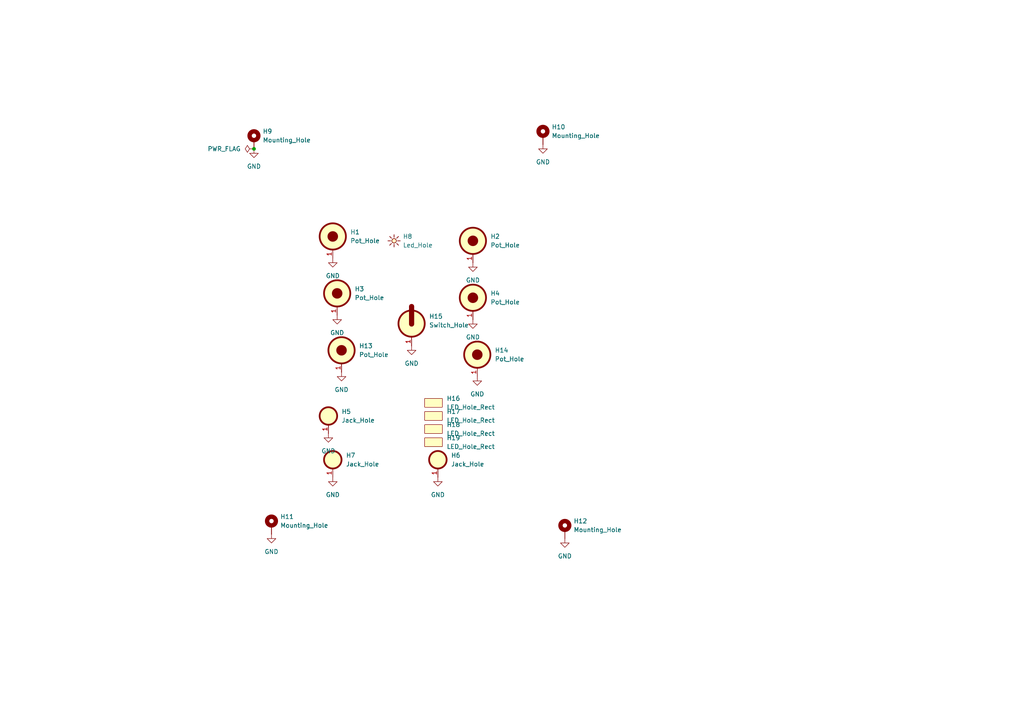
<source format=kicad_sch>
(kicad_sch (version 20230121) (generator eeschema)
  (paper "A4")
  (lib_symbols
    (symbol "Kosmo:Jack_Hole" (pin_names (offset 1.016))
      (property "Reference" "H" (at 3.81 1.27 0))
      (property "Value" "Jack_Hole" (at 7.62 -1.27 0))
      (symbol "Jack_Hole_1_1"
        (circle (center 0 0) (radius 2.54) (stroke (width 0.508)) (fill (type background)))
        (pin passive line (at 0 -5.08 90) (length 2.54) (name "~") (number "1"))
      )
    )
    (symbol "Kosmo:LED_Hole_Rect"
      (property "Reference" "H" (at 0 6.35 0))
      (property "Value" "LED_Hole_Rect" (at 0 3.81 0))
      (symbol "LED_Hole_Rect_0_1"
        (rectangle (start -2.54 1.27) (end 2.54 -1.27) (stroke (width 0.1524)) (fill (type background)))
      )
    )
    (symbol "Kosmo:Led_Hole" (pin_names (offset 1.016))
      (property "Reference" "H" (at 2.413 1.397 0))
      (property "Value" "Led_Hole" (at 6.223 -1.143 0))
      (symbol "Led_Hole_1_1"
        (polyline (pts (xy -1.016 0) (xy -1.778 0)) (stroke (width 0.2032)))
        (polyline (pts (xy -0.762 -0.762) (xy -1.27 -1.27)) (stroke (width 0.2032)))
        (polyline (pts (xy -0.762 0.762) (xy -1.27 1.27)) (stroke (width 0.2032)))
        (polyline (pts (xy 0 -1.778) (xy 0 -1.016)) (stroke (width 0.2032)))
        (polyline (pts (xy 0 1.016) (xy 0 1.778)) (stroke (width 0.2032)))
        (polyline (pts (xy 1.27 -1.27) (xy 0.762 -0.762)) (stroke (width 0.2032)))
        (polyline (pts (xy 1.27 1.27) (xy 0.762 0.762)) (stroke (width 0.2032)))
        (polyline (pts (xy 1.778 0) (xy 1.016 0)) (stroke (width 0.2032)))
        (circle (center 0 0) (radius 0.635) (stroke (width 0.2032)) (fill (type background)))
      )
    )
    (symbol "Kosmo:Mounting_Hole" (pin_numbers hide) (pin_names (offset 1.016) hide)
      (property "Reference" "H" (at 0 6.35 0))
      (property "Value" "Mounting_Hole" (at 0 4.445 0))
      (symbol "Mounting_Hole_0_1"
        (circle (center 0 1.27) (radius 1.27) (stroke (width 1.27)))
      )
      (symbol "Mounting_Hole_1_1"
        (pin input line (at 0 -2.54 90) (length 2.54) (name "1") (number "1"))
      )
    )
    (symbol "Kosmo:Pot_Hole" (pin_names (offset 1.016))
      (property "Reference" "H" (at 4.826 1.397 0))
      (property "Value" "Pot_Hole" (at 8.128 -1.778 0))
      (symbol "Pot_Hole_0_1"
        (circle (center 0 0) (radius 1.27) (stroke (width 0.508)) (fill (type outline)))
        (circle (center 0 0) (radius 3.81) (stroke (width 0.508)) (fill (type background)))
      )
      (symbol "Pot_Hole_1_1"
        (pin passive line (at 0 -6.35 90) (length 2.54) (name "~") (number "1"))
      )
    )
    (symbol "Kosmo:Switch_Hole" (pin_names (offset 1.016))
      (property "Reference" "H" (at 4.826 1.397 0))
      (property "Value" "Switch_Hole" (at 9.906 -1.778 0))
      (symbol "Switch_Hole_0_1"
        (polyline (pts (xy 0 0) (xy 0 5.08)) (stroke (width 1.4986)))
        (circle (center 0 0.127) (radius 3.81) (stroke (width 0.508)) (fill (type background)))
      )
      (symbol "Switch_Hole_1_1"
        (pin passive line (at 0 -6.35 90) (length 2.54) (name "~") (number "1"))
      )
    )
    (symbol "power:GND" (power) (pin_names (offset 0))
      (property "Value" "GND" (at 0 -3.81 0))
      (symbol "GND_0_1"
        (polyline (pts (xy 0 0) (xy 0 -1.27) (xy 1.27 -1.27) (xy 0 -2.54) (xy -1.27 -1.27) (xy 0 -1.27)))
      )
      (symbol "GND_1_1"
        (pin power_in line (at 0 0 270) (length 0) hide (name "GND") (number "1"))
      )
    )
    (symbol "power:PWR_FLAG" (power) (pin_numbers hide) (pin_names (offset 0) hide)
      (property "Value" "PWR_FLAG" (at 0 3.81 0))
      (symbol "PWR_FLAG_0_0"
        (pin power_out line (at 0 0 90) (length 0) (name "pwr") (number "1"))
      )
      (symbol "PWR_FLAG_0_1"
        (polyline (pts (xy 0 0) (xy 0 1.27) (xy -1.016 1.905) (xy 0 2.54) (xy 1.016 1.905) (xy 0 1.27)))
      )
    )
  )
  (junction (at 73.66 43.18))
  (symbol (lib_id "Kosmo:Pot_Hole") (at 97.79 85.09 0) (unit 1)
    (property "Reference" "H3" (at 102.87 83.82 0) (effects (justify left)))
    (property "Value" "Pot_Hole" (at 102.87 86.36 0) (effects (justify left)))
    (property "Footprint" "Kosmo_panel:Kosmo_Pot_Hole" (effects hide))
  )
  (symbol (lib_id "Kosmo:Mounting_Hole") (at 157.48 39.37 0) (unit 1)
    (property "Reference" "H10" (at 160.02 36.83 0) (effects (justify left)))
    (property "Value" "Mounting_Hole" (at 160.02 39.37 0) (effects (justify left)))
    (property "Footprint" "Kosmo_panel:Kosmo_Panel_Mounting_Hole" (effects hide))
  )
  (symbol (lib_id "Kosmo:LED_Hole_Rect") (at 125.73 128.27 0) (unit 1)
    (property "Reference" "H19" (at 129.54 127 0) (effects (justify left)))
    (property "Value" "LED_Hole_Rect" (at 129.54 129.54 0) (effects (justify left)))
    (property "Footprint" "Kosmo_panel:Kosmo_LED_2mmx5mm" (effects hide))
  )
  (symbol (lib_id "Kosmo:Mounting_Hole") (at 163.83 153.67 0) (unit 1)
    (property "Reference" "H12" (at 166.37 151.13 0) (effects (justify left)))
    (property "Value" "Mounting_Hole" (at 166.37 153.67 0) (effects (justify left)))
    (property "Footprint" "Kosmo_panel:Kosmo_Panel_Mounting_Hole" (effects hide))
  )
  (symbol (lib_id "Kosmo:Jack_Hole") (at 127 133.35 0) (unit 1)
    (property "Reference" "H6" (at 130.81 132.08 0) (effects (justify left)))
    (property "Value" "Jack_Hole" (at 130.81 134.62 0) (effects (justify left)))
    (property "Footprint" "Kosmo_panel:Kosmo_Jack_Hole" (effects hide))
  )
  (symbol (lib_id "Kosmo:Switch_Hole") (at 119.38 93.98 0) (unit 1)
    (property "Reference" "H15" (at 124.46 91.7638 0) (effects (justify left)))
    (property "Value" "Switch_Hole" (at 124.46 94.3038 0) (effects (justify left)))
    (property "Footprint" "Kosmo_panel:Kosmo_Switch_Hole" (effects hide))
  )
  (symbol (lib_id "Kosmo:Led_Hole") (at 114.3 69.85 0) (unit 1)
    (property "Reference" "H8" (at 116.84 68.58 0) (effects (justify left)))
    (property "Value" "Led_Hole" (at 116.84 71.12 0) (effects (justify left)))
    (property "Footprint" "Kosmo_panel:Kosmo_LED_Hole" (effects hide))
  )
  (symbol (lib_id "power:GND") (at 96.52 74.93 0) (unit 1)
    (property "Reference" "#PWR012" (effects hide))
    (property "Value" "GND" (at 96.52 80.01 0))
  )
  (symbol (lib_id "Kosmo:Pot_Hole") (at 138.43 102.87 0) (unit 1)
    (property "Reference" "H14" (at 143.51 101.6 0) (effects (justify left)))
    (property "Value" "Pot_Hole" (at 143.51 104.14 0) (effects (justify left)))
    (property "Footprint" "Kosmo_panel:Kosmo_Pot_Hole" (effects hide))
  )
  (symbol (lib_id "Kosmo:LED_Hole_Rect") (at 125.73 120.65 0) (unit 1)
    (property "Reference" "H17" (at 129.54 119.38 0) (effects (justify left)))
    (property "Value" "LED_Hole_Rect" (at 129.54 121.92 0) (effects (justify left)))
    (property "Footprint" "Kosmo_panel:Kosmo_LED_2mmx5mm" (effects hide))
  )
  (symbol (lib_id "Kosmo:Jack_Hole") (at 96.52 133.35 0) (unit 1)
    (property "Reference" "H7" (at 100.33 132.08 0) (effects (justify left)))
    (property "Value" "Jack_Hole" (at 100.33 134.62 0) (effects (justify left)))
    (property "Footprint" "Kosmo_panel:Kosmo_Jack_Hole" (effects hide))
  )
  (symbol (lib_id "Kosmo:Mounting_Hole") (at 73.66 40.64 0) (unit 1)
    (property "Reference" "H9" (at 76.2 38.1 0) (effects (justify left)))
    (property "Value" "Mounting_Hole" (at 76.2 40.64 0) (effects (justify left)))
    (property "Footprint" "Kosmo_panel:Kosmo_Panel_Mounting_Hole" (effects hide))
  )
  (symbol (lib_id "Kosmo:Pot_Hole") (at 96.52 68.58 0) (unit 1)
    (property "Reference" "H1" (at 101.6 67.31 0) (effects (justify left)))
    (property "Value" "Pot_Hole" (at 101.6 69.85 0) (effects (justify left)))
    (property "Footprint" "Kosmo_panel:Kosmo_Pot_Hole" (effects hide))
  )
  (symbol (lib_id "power:GND") (at 96.52 138.43 0) (unit 1)
    (property "Reference" "#PWR03" (effects hide))
    (property "Value" "GND" (at 96.52 143.51 0))
  )
  (symbol (lib_id "power:GND") (at 119.38 100.33 0) (unit 1)
    (property "Reference" "#PWR07" (effects hide))
    (property "Value" "GND" (at 119.38 105.41 0))
  )
  (symbol (lib_id "power:GND") (at 137.16 76.2 0) (unit 1)
    (property "Reference" "#PWR011" (effects hide))
    (property "Value" "GND" (at 137.16 81.28 0))
  )
  (symbol (lib_id "power:GND") (at 78.74 154.94 0) (unit 1)
    (property "Reference" "#PWR01" (effects hide))
    (property "Value" "GND" (at 78.74 160.02 0))
  )
  (symbol (lib_id "power:GND") (at 137.16 92.71 0) (unit 1)
    (property "Reference" "#PWR010" (effects hide))
    (property "Value" "GND" (at 137.16 97.79 0))
  )
  (symbol (lib_id "power:GND") (at 127 138.43 0) (unit 1)
    (property "Reference" "#PWR04" (effects hide))
    (property "Value" "GND" (at 127 143.51 0))
  )
  (symbol (lib_id "Kosmo:Pot_Hole") (at 137.16 69.85 0) (unit 1)
    (property "Reference" "H2" (at 142.24 68.58 0) (effects (justify left)))
    (property "Value" "Pot_Hole" (at 142.24 71.12 0) (effects (justify left)))
    (property "Footprint" "Kosmo_panel:Kosmo_Pot_Hole" (effects hide))
  )
  (symbol (lib_id "Kosmo:LED_Hole_Rect") (at 125.73 116.84 0) (unit 1)
    (property "Reference" "H16" (at 129.54 115.57 0) (effects (justify left)))
    (property "Value" "LED_Hole_Rect" (at 129.54 118.11 0) (effects (justify left)))
    (property "Footprint" "Kosmo_panel:Kosmo_LED_2mmx5mm" (effects hide))
  )
  (symbol (lib_id "power:GND") (at 73.66 43.18 0) (unit 1)
    (property "Reference" "#PWR013" (effects hide))
    (property "Value" "GND" (at 73.66 48.26 0))
  )
  (symbol (lib_id "power:GND") (at 97.79 91.44 0) (unit 1)
    (property "Reference" "#PWR09" (effects hide))
    (property "Value" "GND" (at 97.79 96.52 0))
  )
  (symbol (lib_id "power:GND") (at 95.25 125.73 0) (unit 1)
    (property "Reference" "#PWR05" (effects hide))
    (property "Value" "GND" (at 95.25 130.81 0))
  )
  (symbol (lib_id "power:GND") (at 138.43 109.22 0) (unit 1)
    (property "Reference" "#PWR08" (effects hide))
    (property "Value" "GND" (at 138.43 114.3 0))
  )
  (symbol (lib_id "power:GND") (at 157.48 41.91 0) (unit 1)
    (property "Reference" "#PWR014" (effects hide))
    (property "Value" "GND" (at 157.48 46.99 0))
  )
  (symbol (lib_id "power:GND") (at 163.83 156.21 0) (unit 1)
    (property "Reference" "#PWR02" (effects hide))
    (property "Value" "GND" (at 163.83 161.29 0))
  )
  (symbol (lib_id "Kosmo:LED_Hole_Rect") (at 125.73 124.46 0) (unit 1)
    (property "Reference" "H18" (at 129.54 123.19 0) (effects (justify left)))
    (property "Value" "LED_Hole_Rect" (at 129.54 125.73 0) (effects (justify left)))
    (property "Footprint" "Kosmo_panel:Kosmo_LED_2mmx5mm" (effects hide))
  )
  (symbol (lib_id "Kosmo:Pot_Hole") (at 99.06 101.6 0) (unit 1)
    (property "Reference" "H13" (at 104.14 100.33 0) (effects (justify left)))
    (property "Value" "Pot_Hole" (at 104.14 102.87 0) (effects (justify left)))
    (property "Footprint" "Kosmo_panel:Kosmo_Pot_Hole" (effects hide))
  )
  (symbol (lib_id "Kosmo:Pot_Hole") (at 137.16 86.36 0) (unit 1)
    (property "Reference" "H4" (at 142.24 85.09 0) (effects (justify left)))
    (property "Value" "Pot_Hole" (at 142.24 87.63 0) (effects (justify left)))
    (property "Footprint" "Kosmo_panel:Kosmo_Pot_Hole" (effects hide))
  )
  (symbol (lib_id "Kosmo:Jack_Hole") (at 95.25 120.65 0) (unit 1)
    (property "Reference" "H5" (at 99.06 119.38 0) (effects (justify left)))
    (property "Value" "Jack_Hole" (at 99.06 121.92 0) (effects (justify left)))
    (property "Footprint" "Kosmo_panel:Kosmo_Jack_Hole" (effects hide))
  )
  (symbol (lib_id "power:GND") (at 99.06 107.95 0) (unit 1)
    (property "Reference" "#PWR06" (effects hide))
    (property "Value" "GND" (at 99.06 113.03 0))
  )
  (symbol (lib_id "Kosmo:Mounting_Hole") (at 78.74 152.4 0) (unit 1)
    (property "Reference" "H11" (at 81.28 149.86 0) (effects (justify left)))
    (property "Value" "Mounting_Hole" (at 81.28 152.4 0) (effects (justify left)))
    (property "Footprint" "Kosmo_panel:Kosmo_Panel_Mounting_Hole" (effects hide))
  )
  (symbol (lib_id "power:PWR_FLAG") (at 73.66 43.18 90) (unit 1)
    (property "Reference" "#FLG01" (effects hide))
    (property "Value" "PWR_FLAG" (at 69.85 43.18 90) (effects (justify left)))
  )
)
</source>
